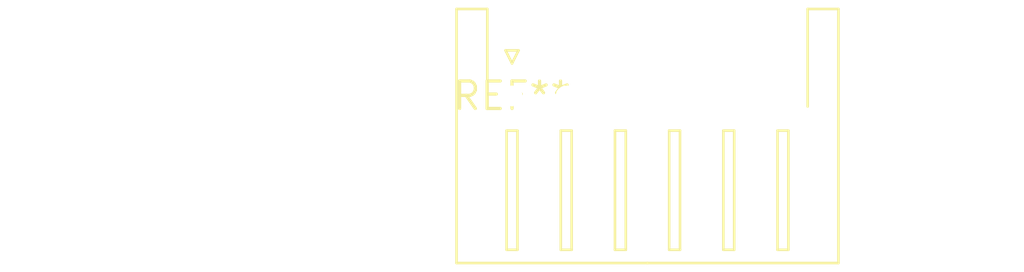
<source format=kicad_pcb>
(kicad_pcb (version 20240108) (generator pcbnew)
  (layers (0 "F.Cu" signal) (31 "B.Cu" signal) (34 "B.Paste" user) (35 "F.Paste" user) (36 "B.SilkS" user "B.Silkscreen") (37 "F.SilkS" user "F.Silkscreen") (38 "B.Mask" user) (39 "F.Mask" user) (44 "Edge.Cuts" user))
  (net 0 "")
  (footprint "JST_XH_S6B-XH-A-1_1x06_P2.50mm_Horizontal" (layer "F.Cu") (at 0 0)
    (property "Reference" "REF**")
    (property "Value" "JST_XH_S6B-XH-A-1_1x06_P2.50mm_Horizontal")
    (fp_line (start -2.56 -4.01) (end -1.14 -4.01) (layer "F.SilkS") (stroke (width 0.12)))
    (fp_line (start -2.56 7.71) (end -2.56 -4.01) (layer "F.SilkS") (stroke (width 0.12)))
    (fp_line (start -1.14 -4.01) (end -1.14 0.49) (layer "F.SilkS") (stroke (width 0.12)))
    (fp_line (start -0.3 -2.1) (end 0.3 -2.1) (layer "F.SilkS") (stroke (width 0.12)))
    (fp_line (start -0.25 1.6) (end -0.25 7.1) (layer "F.SilkS") (stroke (width 0.12)))
    (fp_line (start -0.25 7.1) (end 0.25 7.1) (layer "F.SilkS") (stroke (width 0.12)))
    (fp_line (start 0 -1.5) (end -0.3 -2.1) (layer "F.SilkS") (stroke (width 0.12)))
    (fp_line (start 0.25 1.6) (end -0.25 1.6) (layer "F.SilkS") (stroke (width 0.12)))
    (fp_line (start 0.25 7.1) (end 0.25 1.6) (layer "F.SilkS") (stroke (width 0.12)))
    (fp_line (start 0.3 -2.1) (end 0 -1.5) (layer "F.SilkS") (stroke (width 0.12)))
    (fp_line (start 2.25 1.6) (end 2.25 7.1) (layer "F.SilkS") (stroke (width 0.12)))
    (fp_line (start 2.25 7.1) (end 2.75 7.1) (layer "F.SilkS") (stroke (width 0.12)))
    (fp_line (start 2.75 1.6) (end 2.25 1.6) (layer "F.SilkS") (stroke (width 0.12)))
    (fp_line (start 2.75 7.1) (end 2.75 1.6) (layer "F.SilkS") (stroke (width 0.12)))
    (fp_line (start 4.75 1.6) (end 4.75 7.1) (layer "F.SilkS") (stroke (width 0.12)))
    (fp_line (start 4.75 7.1) (end 5.25 7.1) (layer "F.SilkS") (stroke (width 0.12)))
    (fp_line (start 5.25 1.6) (end 4.75 1.6) (layer "F.SilkS") (stroke (width 0.12)))
    (fp_line (start 5.25 7.1) (end 5.25 1.6) (layer "F.SilkS") (stroke (width 0.12)))
    (fp_line (start 6.25 7.71) (end -2.56 7.71) (layer "F.SilkS") (stroke (width 0.12)))
    (fp_line (start 6.25 7.71) (end 15.06 7.71) (layer "F.SilkS") (stroke (width 0.12)))
    (fp_line (start 7.25 1.6) (end 7.25 7.1) (layer "F.SilkS") (stroke (width 0.12)))
    (fp_line (start 7.25 7.1) (end 7.75 7.1) (layer "F.SilkS") (stroke (width 0.12)))
    (fp_line (start 7.75 1.6) (end 7.25 1.6) (layer "F.SilkS") (stroke (width 0.12)))
    (fp_line (start 7.75 7.1) (end 7.75 1.6) (layer "F.SilkS") (stroke (width 0.12)))
    (fp_line (start 9.75 1.6) (end 9.75 7.1) (layer "F.SilkS") (stroke (width 0.12)))
    (fp_line (start 9.75 7.1) (end 10.25 7.1) (layer "F.SilkS") (stroke (width 0.12)))
    (fp_line (start 10.25 1.6) (end 9.75 1.6) (layer "F.SilkS") (stroke (width 0.12)))
    (fp_line (start 10.25 7.1) (end 10.25 1.6) (layer "F.SilkS") (stroke (width 0.12)))
    (fp_line (start 12.25 1.6) (end 12.25 7.1) (layer "F.SilkS") (stroke (width 0.12)))
    (fp_line (start 12.25 7.1) (end 12.75 7.1) (layer "F.SilkS") (stroke (width 0.12)))
    (fp_line (start 12.75 1.6) (end 12.25 1.6) (layer "F.SilkS") (stroke (width 0.12)))
    (fp_line (start 12.75 7.1) (end 12.75 1.6) (layer "F.SilkS") (stroke (width 0.12)))
    (fp_line (start 13.64 -4.01) (end 13.64 0.49) (layer "F.SilkS") (stroke (width 0.12)))
    (fp_line (start 15.06 -4.01) (end 13.64 -4.01) (layer "F.SilkS") (stroke (width 0.12)))
    (fp_line (start 15.06 7.71) (end 15.06 -4.01) (layer "F.SilkS") (stroke (width 0.12)))
    (pad "1" thru_hole roundrect (at 0 0) (size 1.7 1.95) (drill 0.95) (layers *.Cu *.Mask) (remove_unused_layers) (roundrect_rratio 0.147059))
    (pad "2" thru_hole oval (at 2.5 0) (size 1.7 1.95) (drill 0.95) (layers *.Cu *.Mask) (remove_unused_layers))
    (pad "3" thru_hole oval (at 5 0) (size 1.7 1.95) (drill 0.95) (layers *.Cu *.Mask) (remove_unused_layers))
    (pad "4" thru_hole oval (at 7.5 0) (size 1.7 1.95) (drill 0.95) (layers *.Cu *.Mask) (remove_unused_layers))
    (pad "5" thru_hole oval (at 10 0) (size 1.7 1.95) (drill 0.95) (layers *.Cu *.Mask) (remove_unused_layers))
    (pad "6" thru_hole oval (at 12.5 0) (size 1.7 1.95) (drill 0.95) (layers *.Cu *.Mask) (remove_unused_layers))
  )
)
</source>
